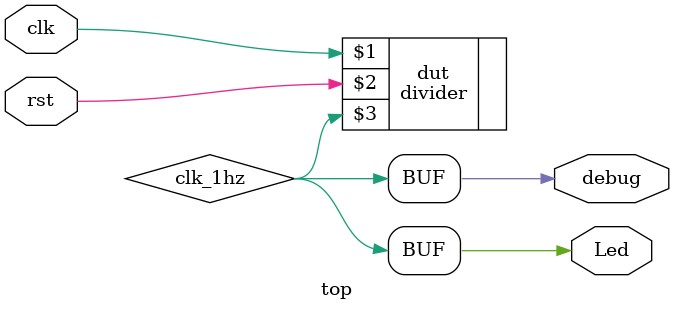
<source format=sv>
module top(
    clk,
    rst,
    Led,
    debug
);

input logic clk, rst;
output logic Led;
output logic debug;

logic clk_1hz;

divider #(.MAX(50000000)) dut(clk, rst, clk_1hz);

assign Led = clk_1hz;
assign debug = clk_1hz;

endmodule
</source>
